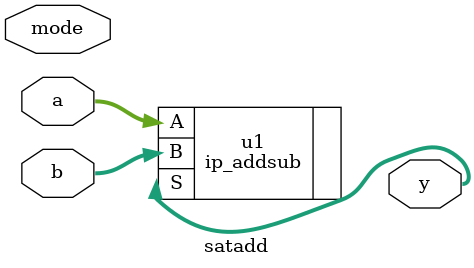
<source format=v>
module satadd(
    // <p>The addends</p>
    input [11:0] a,
    input [11:0] b,  
    input [1:0] mode,
    // <p>The resulting sum.</p>
    output [11:0] y
);












//assign aSign = (a[11]);

//assign bSign = (b[11]);

//wire [12:0] r;
//assign r =(a+b);

//assign rSign = r[11];
//assign Cout = r[12];
ip_addsub u1 (.A(a),.B(b),.S(y));
//assign vFlag = (aSign&bSign&!rSign)||(!aSign&!bSign&rSign);

//wire [11:0]norm_sum = r[11:0];
//wire [11:0]signed_sat = vFlag?(aSign?(12'b100000000000):(12'b011111111111)):r[11:0];
//wire [11:0]unsigned_sat = Cout?(12'b111111111111): r[11:0];

//assign y = mode[1]?norm_sum:(mode[0]?signed_sat:unsigned_sat);



/*







//assign y = mode[1]?norm_sum:(mode[0]?signed_sat:unsigned_sat);

//  y = norm add? sum else( signed sat?
    /*
    if (mode[0]==1)begin
        //normal sum
        assign y = r[11:0];
        
        end else if (mode[1] == 1) begin
        //signed saturation
            if(vFlag==1) begin 
                assign y = aSign?-2048:2047;
            end else begin
                assign y = r[11:0];
            end
        end else if(mode[1]!=1)begin
        //unsigned saturation
        // if carryout, y = max value (2047). if no carryout, y = sum a+b 
           assign y = Cout? 2047: r[11:0];
        
        end 
  */
endmodule

</source>
